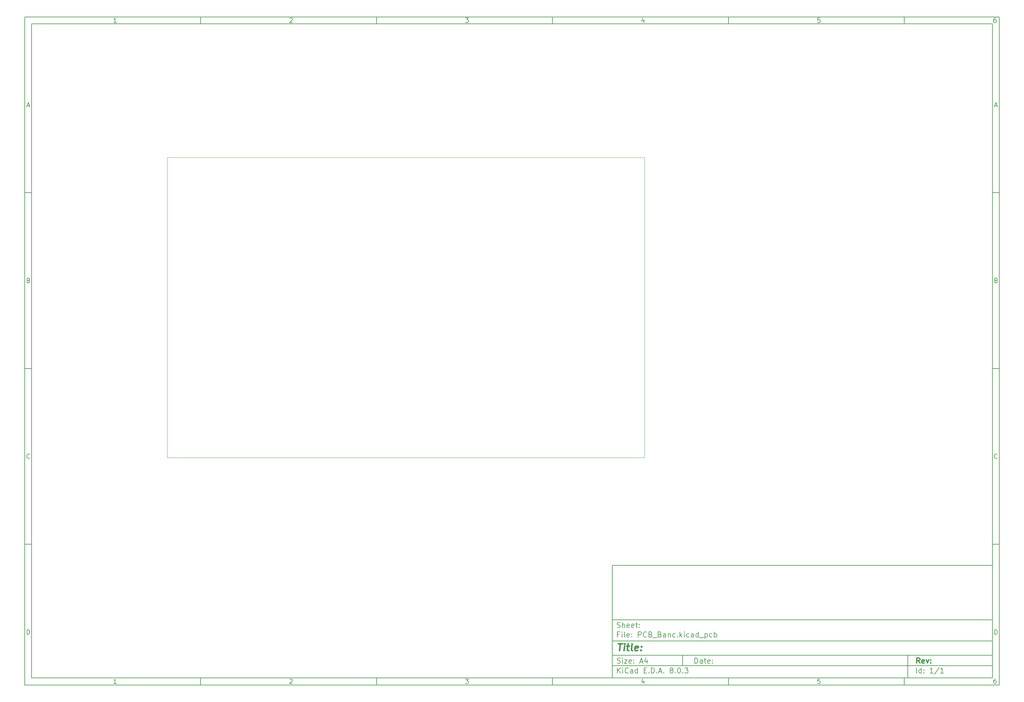
<source format=gbr>
%TF.GenerationSoftware,KiCad,Pcbnew,8.0.3*%
%TF.CreationDate,2024-09-18T10:17:04+02:00*%
%TF.ProjectId,PCB_Banc,5043425f-4261-46e6-932e-6b696361645f,rev?*%
%TF.SameCoordinates,Original*%
%TF.FileFunction,Profile,NP*%
%FSLAX46Y46*%
G04 Gerber Fmt 4.6, Leading zero omitted, Abs format (unit mm)*
G04 Created by KiCad (PCBNEW 8.0.3) date 2024-09-18 10:17:04*
%MOMM*%
%LPD*%
G01*
G04 APERTURE LIST*
%ADD10C,0.100000*%
%ADD11C,0.150000*%
%ADD12C,0.300000*%
%ADD13C,0.400000*%
%TA.AperFunction,Profile*%
%ADD14C,0.050000*%
%TD*%
G04 APERTURE END LIST*
D10*
D11*
X177002200Y-166007200D02*
X285002200Y-166007200D01*
X285002200Y-198007200D01*
X177002200Y-198007200D01*
X177002200Y-166007200D01*
D10*
D11*
X10000000Y-10000000D02*
X287002200Y-10000000D01*
X287002200Y-200007200D01*
X10000000Y-200007200D01*
X10000000Y-10000000D01*
D10*
D11*
X12000000Y-12000000D02*
X285002200Y-12000000D01*
X285002200Y-198007200D01*
X12000000Y-198007200D01*
X12000000Y-12000000D01*
D10*
D11*
X60000000Y-12000000D02*
X60000000Y-10000000D01*
D10*
D11*
X110000000Y-12000000D02*
X110000000Y-10000000D01*
D10*
D11*
X160000000Y-12000000D02*
X160000000Y-10000000D01*
D10*
D11*
X210000000Y-12000000D02*
X210000000Y-10000000D01*
D10*
D11*
X260000000Y-12000000D02*
X260000000Y-10000000D01*
D10*
D11*
X36089160Y-11593604D02*
X35346303Y-11593604D01*
X35717731Y-11593604D02*
X35717731Y-10293604D01*
X35717731Y-10293604D02*
X35593922Y-10479319D01*
X35593922Y-10479319D02*
X35470112Y-10603128D01*
X35470112Y-10603128D02*
X35346303Y-10665033D01*
D10*
D11*
X85346303Y-10417414D02*
X85408207Y-10355509D01*
X85408207Y-10355509D02*
X85532017Y-10293604D01*
X85532017Y-10293604D02*
X85841541Y-10293604D01*
X85841541Y-10293604D02*
X85965350Y-10355509D01*
X85965350Y-10355509D02*
X86027255Y-10417414D01*
X86027255Y-10417414D02*
X86089160Y-10541223D01*
X86089160Y-10541223D02*
X86089160Y-10665033D01*
X86089160Y-10665033D02*
X86027255Y-10850747D01*
X86027255Y-10850747D02*
X85284398Y-11593604D01*
X85284398Y-11593604D02*
X86089160Y-11593604D01*
D10*
D11*
X135284398Y-10293604D02*
X136089160Y-10293604D01*
X136089160Y-10293604D02*
X135655826Y-10788842D01*
X135655826Y-10788842D02*
X135841541Y-10788842D01*
X135841541Y-10788842D02*
X135965350Y-10850747D01*
X135965350Y-10850747D02*
X136027255Y-10912652D01*
X136027255Y-10912652D02*
X136089160Y-11036461D01*
X136089160Y-11036461D02*
X136089160Y-11345985D01*
X136089160Y-11345985D02*
X136027255Y-11469795D01*
X136027255Y-11469795D02*
X135965350Y-11531700D01*
X135965350Y-11531700D02*
X135841541Y-11593604D01*
X135841541Y-11593604D02*
X135470112Y-11593604D01*
X135470112Y-11593604D02*
X135346303Y-11531700D01*
X135346303Y-11531700D02*
X135284398Y-11469795D01*
D10*
D11*
X185965350Y-10726938D02*
X185965350Y-11593604D01*
X185655826Y-10231700D02*
X185346303Y-11160271D01*
X185346303Y-11160271D02*
X186151064Y-11160271D01*
D10*
D11*
X236027255Y-10293604D02*
X235408207Y-10293604D01*
X235408207Y-10293604D02*
X235346303Y-10912652D01*
X235346303Y-10912652D02*
X235408207Y-10850747D01*
X235408207Y-10850747D02*
X235532017Y-10788842D01*
X235532017Y-10788842D02*
X235841541Y-10788842D01*
X235841541Y-10788842D02*
X235965350Y-10850747D01*
X235965350Y-10850747D02*
X236027255Y-10912652D01*
X236027255Y-10912652D02*
X236089160Y-11036461D01*
X236089160Y-11036461D02*
X236089160Y-11345985D01*
X236089160Y-11345985D02*
X236027255Y-11469795D01*
X236027255Y-11469795D02*
X235965350Y-11531700D01*
X235965350Y-11531700D02*
X235841541Y-11593604D01*
X235841541Y-11593604D02*
X235532017Y-11593604D01*
X235532017Y-11593604D02*
X235408207Y-11531700D01*
X235408207Y-11531700D02*
X235346303Y-11469795D01*
D10*
D11*
X285965350Y-10293604D02*
X285717731Y-10293604D01*
X285717731Y-10293604D02*
X285593922Y-10355509D01*
X285593922Y-10355509D02*
X285532017Y-10417414D01*
X285532017Y-10417414D02*
X285408207Y-10603128D01*
X285408207Y-10603128D02*
X285346303Y-10850747D01*
X285346303Y-10850747D02*
X285346303Y-11345985D01*
X285346303Y-11345985D02*
X285408207Y-11469795D01*
X285408207Y-11469795D02*
X285470112Y-11531700D01*
X285470112Y-11531700D02*
X285593922Y-11593604D01*
X285593922Y-11593604D02*
X285841541Y-11593604D01*
X285841541Y-11593604D02*
X285965350Y-11531700D01*
X285965350Y-11531700D02*
X286027255Y-11469795D01*
X286027255Y-11469795D02*
X286089160Y-11345985D01*
X286089160Y-11345985D02*
X286089160Y-11036461D01*
X286089160Y-11036461D02*
X286027255Y-10912652D01*
X286027255Y-10912652D02*
X285965350Y-10850747D01*
X285965350Y-10850747D02*
X285841541Y-10788842D01*
X285841541Y-10788842D02*
X285593922Y-10788842D01*
X285593922Y-10788842D02*
X285470112Y-10850747D01*
X285470112Y-10850747D02*
X285408207Y-10912652D01*
X285408207Y-10912652D02*
X285346303Y-11036461D01*
D10*
D11*
X60000000Y-198007200D02*
X60000000Y-200007200D01*
D10*
D11*
X110000000Y-198007200D02*
X110000000Y-200007200D01*
D10*
D11*
X160000000Y-198007200D02*
X160000000Y-200007200D01*
D10*
D11*
X210000000Y-198007200D02*
X210000000Y-200007200D01*
D10*
D11*
X260000000Y-198007200D02*
X260000000Y-200007200D01*
D10*
D11*
X36089160Y-199600804D02*
X35346303Y-199600804D01*
X35717731Y-199600804D02*
X35717731Y-198300804D01*
X35717731Y-198300804D02*
X35593922Y-198486519D01*
X35593922Y-198486519D02*
X35470112Y-198610328D01*
X35470112Y-198610328D02*
X35346303Y-198672233D01*
D10*
D11*
X85346303Y-198424614D02*
X85408207Y-198362709D01*
X85408207Y-198362709D02*
X85532017Y-198300804D01*
X85532017Y-198300804D02*
X85841541Y-198300804D01*
X85841541Y-198300804D02*
X85965350Y-198362709D01*
X85965350Y-198362709D02*
X86027255Y-198424614D01*
X86027255Y-198424614D02*
X86089160Y-198548423D01*
X86089160Y-198548423D02*
X86089160Y-198672233D01*
X86089160Y-198672233D02*
X86027255Y-198857947D01*
X86027255Y-198857947D02*
X85284398Y-199600804D01*
X85284398Y-199600804D02*
X86089160Y-199600804D01*
D10*
D11*
X135284398Y-198300804D02*
X136089160Y-198300804D01*
X136089160Y-198300804D02*
X135655826Y-198796042D01*
X135655826Y-198796042D02*
X135841541Y-198796042D01*
X135841541Y-198796042D02*
X135965350Y-198857947D01*
X135965350Y-198857947D02*
X136027255Y-198919852D01*
X136027255Y-198919852D02*
X136089160Y-199043661D01*
X136089160Y-199043661D02*
X136089160Y-199353185D01*
X136089160Y-199353185D02*
X136027255Y-199476995D01*
X136027255Y-199476995D02*
X135965350Y-199538900D01*
X135965350Y-199538900D02*
X135841541Y-199600804D01*
X135841541Y-199600804D02*
X135470112Y-199600804D01*
X135470112Y-199600804D02*
X135346303Y-199538900D01*
X135346303Y-199538900D02*
X135284398Y-199476995D01*
D10*
D11*
X185965350Y-198734138D02*
X185965350Y-199600804D01*
X185655826Y-198238900D02*
X185346303Y-199167471D01*
X185346303Y-199167471D02*
X186151064Y-199167471D01*
D10*
D11*
X236027255Y-198300804D02*
X235408207Y-198300804D01*
X235408207Y-198300804D02*
X235346303Y-198919852D01*
X235346303Y-198919852D02*
X235408207Y-198857947D01*
X235408207Y-198857947D02*
X235532017Y-198796042D01*
X235532017Y-198796042D02*
X235841541Y-198796042D01*
X235841541Y-198796042D02*
X235965350Y-198857947D01*
X235965350Y-198857947D02*
X236027255Y-198919852D01*
X236027255Y-198919852D02*
X236089160Y-199043661D01*
X236089160Y-199043661D02*
X236089160Y-199353185D01*
X236089160Y-199353185D02*
X236027255Y-199476995D01*
X236027255Y-199476995D02*
X235965350Y-199538900D01*
X235965350Y-199538900D02*
X235841541Y-199600804D01*
X235841541Y-199600804D02*
X235532017Y-199600804D01*
X235532017Y-199600804D02*
X235408207Y-199538900D01*
X235408207Y-199538900D02*
X235346303Y-199476995D01*
D10*
D11*
X285965350Y-198300804D02*
X285717731Y-198300804D01*
X285717731Y-198300804D02*
X285593922Y-198362709D01*
X285593922Y-198362709D02*
X285532017Y-198424614D01*
X285532017Y-198424614D02*
X285408207Y-198610328D01*
X285408207Y-198610328D02*
X285346303Y-198857947D01*
X285346303Y-198857947D02*
X285346303Y-199353185D01*
X285346303Y-199353185D02*
X285408207Y-199476995D01*
X285408207Y-199476995D02*
X285470112Y-199538900D01*
X285470112Y-199538900D02*
X285593922Y-199600804D01*
X285593922Y-199600804D02*
X285841541Y-199600804D01*
X285841541Y-199600804D02*
X285965350Y-199538900D01*
X285965350Y-199538900D02*
X286027255Y-199476995D01*
X286027255Y-199476995D02*
X286089160Y-199353185D01*
X286089160Y-199353185D02*
X286089160Y-199043661D01*
X286089160Y-199043661D02*
X286027255Y-198919852D01*
X286027255Y-198919852D02*
X285965350Y-198857947D01*
X285965350Y-198857947D02*
X285841541Y-198796042D01*
X285841541Y-198796042D02*
X285593922Y-198796042D01*
X285593922Y-198796042D02*
X285470112Y-198857947D01*
X285470112Y-198857947D02*
X285408207Y-198919852D01*
X285408207Y-198919852D02*
X285346303Y-199043661D01*
D10*
D11*
X10000000Y-60000000D02*
X12000000Y-60000000D01*
D10*
D11*
X10000000Y-110000000D02*
X12000000Y-110000000D01*
D10*
D11*
X10000000Y-160000000D02*
X12000000Y-160000000D01*
D10*
D11*
X10690476Y-35222176D02*
X11309523Y-35222176D01*
X10566666Y-35593604D02*
X10999999Y-34293604D01*
X10999999Y-34293604D02*
X11433333Y-35593604D01*
D10*
D11*
X11092857Y-84912652D02*
X11278571Y-84974557D01*
X11278571Y-84974557D02*
X11340476Y-85036461D01*
X11340476Y-85036461D02*
X11402380Y-85160271D01*
X11402380Y-85160271D02*
X11402380Y-85345985D01*
X11402380Y-85345985D02*
X11340476Y-85469795D01*
X11340476Y-85469795D02*
X11278571Y-85531700D01*
X11278571Y-85531700D02*
X11154761Y-85593604D01*
X11154761Y-85593604D02*
X10659523Y-85593604D01*
X10659523Y-85593604D02*
X10659523Y-84293604D01*
X10659523Y-84293604D02*
X11092857Y-84293604D01*
X11092857Y-84293604D02*
X11216666Y-84355509D01*
X11216666Y-84355509D02*
X11278571Y-84417414D01*
X11278571Y-84417414D02*
X11340476Y-84541223D01*
X11340476Y-84541223D02*
X11340476Y-84665033D01*
X11340476Y-84665033D02*
X11278571Y-84788842D01*
X11278571Y-84788842D02*
X11216666Y-84850747D01*
X11216666Y-84850747D02*
X11092857Y-84912652D01*
X11092857Y-84912652D02*
X10659523Y-84912652D01*
D10*
D11*
X11402380Y-135469795D02*
X11340476Y-135531700D01*
X11340476Y-135531700D02*
X11154761Y-135593604D01*
X11154761Y-135593604D02*
X11030952Y-135593604D01*
X11030952Y-135593604D02*
X10845238Y-135531700D01*
X10845238Y-135531700D02*
X10721428Y-135407890D01*
X10721428Y-135407890D02*
X10659523Y-135284080D01*
X10659523Y-135284080D02*
X10597619Y-135036461D01*
X10597619Y-135036461D02*
X10597619Y-134850747D01*
X10597619Y-134850747D02*
X10659523Y-134603128D01*
X10659523Y-134603128D02*
X10721428Y-134479319D01*
X10721428Y-134479319D02*
X10845238Y-134355509D01*
X10845238Y-134355509D02*
X11030952Y-134293604D01*
X11030952Y-134293604D02*
X11154761Y-134293604D01*
X11154761Y-134293604D02*
X11340476Y-134355509D01*
X11340476Y-134355509D02*
X11402380Y-134417414D01*
D10*
D11*
X10659523Y-185593604D02*
X10659523Y-184293604D01*
X10659523Y-184293604D02*
X10969047Y-184293604D01*
X10969047Y-184293604D02*
X11154761Y-184355509D01*
X11154761Y-184355509D02*
X11278571Y-184479319D01*
X11278571Y-184479319D02*
X11340476Y-184603128D01*
X11340476Y-184603128D02*
X11402380Y-184850747D01*
X11402380Y-184850747D02*
X11402380Y-185036461D01*
X11402380Y-185036461D02*
X11340476Y-185284080D01*
X11340476Y-185284080D02*
X11278571Y-185407890D01*
X11278571Y-185407890D02*
X11154761Y-185531700D01*
X11154761Y-185531700D02*
X10969047Y-185593604D01*
X10969047Y-185593604D02*
X10659523Y-185593604D01*
D10*
D11*
X287002200Y-60000000D02*
X285002200Y-60000000D01*
D10*
D11*
X287002200Y-110000000D02*
X285002200Y-110000000D01*
D10*
D11*
X287002200Y-160000000D02*
X285002200Y-160000000D01*
D10*
D11*
X285692676Y-35222176D02*
X286311723Y-35222176D01*
X285568866Y-35593604D02*
X286002199Y-34293604D01*
X286002199Y-34293604D02*
X286435533Y-35593604D01*
D10*
D11*
X286095057Y-84912652D02*
X286280771Y-84974557D01*
X286280771Y-84974557D02*
X286342676Y-85036461D01*
X286342676Y-85036461D02*
X286404580Y-85160271D01*
X286404580Y-85160271D02*
X286404580Y-85345985D01*
X286404580Y-85345985D02*
X286342676Y-85469795D01*
X286342676Y-85469795D02*
X286280771Y-85531700D01*
X286280771Y-85531700D02*
X286156961Y-85593604D01*
X286156961Y-85593604D02*
X285661723Y-85593604D01*
X285661723Y-85593604D02*
X285661723Y-84293604D01*
X285661723Y-84293604D02*
X286095057Y-84293604D01*
X286095057Y-84293604D02*
X286218866Y-84355509D01*
X286218866Y-84355509D02*
X286280771Y-84417414D01*
X286280771Y-84417414D02*
X286342676Y-84541223D01*
X286342676Y-84541223D02*
X286342676Y-84665033D01*
X286342676Y-84665033D02*
X286280771Y-84788842D01*
X286280771Y-84788842D02*
X286218866Y-84850747D01*
X286218866Y-84850747D02*
X286095057Y-84912652D01*
X286095057Y-84912652D02*
X285661723Y-84912652D01*
D10*
D11*
X286404580Y-135469795D02*
X286342676Y-135531700D01*
X286342676Y-135531700D02*
X286156961Y-135593604D01*
X286156961Y-135593604D02*
X286033152Y-135593604D01*
X286033152Y-135593604D02*
X285847438Y-135531700D01*
X285847438Y-135531700D02*
X285723628Y-135407890D01*
X285723628Y-135407890D02*
X285661723Y-135284080D01*
X285661723Y-135284080D02*
X285599819Y-135036461D01*
X285599819Y-135036461D02*
X285599819Y-134850747D01*
X285599819Y-134850747D02*
X285661723Y-134603128D01*
X285661723Y-134603128D02*
X285723628Y-134479319D01*
X285723628Y-134479319D02*
X285847438Y-134355509D01*
X285847438Y-134355509D02*
X286033152Y-134293604D01*
X286033152Y-134293604D02*
X286156961Y-134293604D01*
X286156961Y-134293604D02*
X286342676Y-134355509D01*
X286342676Y-134355509D02*
X286404580Y-134417414D01*
D10*
D11*
X285661723Y-185593604D02*
X285661723Y-184293604D01*
X285661723Y-184293604D02*
X285971247Y-184293604D01*
X285971247Y-184293604D02*
X286156961Y-184355509D01*
X286156961Y-184355509D02*
X286280771Y-184479319D01*
X286280771Y-184479319D02*
X286342676Y-184603128D01*
X286342676Y-184603128D02*
X286404580Y-184850747D01*
X286404580Y-184850747D02*
X286404580Y-185036461D01*
X286404580Y-185036461D02*
X286342676Y-185284080D01*
X286342676Y-185284080D02*
X286280771Y-185407890D01*
X286280771Y-185407890D02*
X286156961Y-185531700D01*
X286156961Y-185531700D02*
X285971247Y-185593604D01*
X285971247Y-185593604D02*
X285661723Y-185593604D01*
D10*
D11*
X200458026Y-193793328D02*
X200458026Y-192293328D01*
X200458026Y-192293328D02*
X200815169Y-192293328D01*
X200815169Y-192293328D02*
X201029455Y-192364757D01*
X201029455Y-192364757D02*
X201172312Y-192507614D01*
X201172312Y-192507614D02*
X201243741Y-192650471D01*
X201243741Y-192650471D02*
X201315169Y-192936185D01*
X201315169Y-192936185D02*
X201315169Y-193150471D01*
X201315169Y-193150471D02*
X201243741Y-193436185D01*
X201243741Y-193436185D02*
X201172312Y-193579042D01*
X201172312Y-193579042D02*
X201029455Y-193721900D01*
X201029455Y-193721900D02*
X200815169Y-193793328D01*
X200815169Y-193793328D02*
X200458026Y-193793328D01*
X202600884Y-193793328D02*
X202600884Y-193007614D01*
X202600884Y-193007614D02*
X202529455Y-192864757D01*
X202529455Y-192864757D02*
X202386598Y-192793328D01*
X202386598Y-192793328D02*
X202100884Y-192793328D01*
X202100884Y-192793328D02*
X201958026Y-192864757D01*
X202600884Y-193721900D02*
X202458026Y-193793328D01*
X202458026Y-193793328D02*
X202100884Y-193793328D01*
X202100884Y-193793328D02*
X201958026Y-193721900D01*
X201958026Y-193721900D02*
X201886598Y-193579042D01*
X201886598Y-193579042D02*
X201886598Y-193436185D01*
X201886598Y-193436185D02*
X201958026Y-193293328D01*
X201958026Y-193293328D02*
X202100884Y-193221900D01*
X202100884Y-193221900D02*
X202458026Y-193221900D01*
X202458026Y-193221900D02*
X202600884Y-193150471D01*
X203100884Y-192793328D02*
X203672312Y-192793328D01*
X203315169Y-192293328D02*
X203315169Y-193579042D01*
X203315169Y-193579042D02*
X203386598Y-193721900D01*
X203386598Y-193721900D02*
X203529455Y-193793328D01*
X203529455Y-193793328D02*
X203672312Y-193793328D01*
X204743741Y-193721900D02*
X204600884Y-193793328D01*
X204600884Y-193793328D02*
X204315170Y-193793328D01*
X204315170Y-193793328D02*
X204172312Y-193721900D01*
X204172312Y-193721900D02*
X204100884Y-193579042D01*
X204100884Y-193579042D02*
X204100884Y-193007614D01*
X204100884Y-193007614D02*
X204172312Y-192864757D01*
X204172312Y-192864757D02*
X204315170Y-192793328D01*
X204315170Y-192793328D02*
X204600884Y-192793328D01*
X204600884Y-192793328D02*
X204743741Y-192864757D01*
X204743741Y-192864757D02*
X204815170Y-193007614D01*
X204815170Y-193007614D02*
X204815170Y-193150471D01*
X204815170Y-193150471D02*
X204100884Y-193293328D01*
X205458026Y-193650471D02*
X205529455Y-193721900D01*
X205529455Y-193721900D02*
X205458026Y-193793328D01*
X205458026Y-193793328D02*
X205386598Y-193721900D01*
X205386598Y-193721900D02*
X205458026Y-193650471D01*
X205458026Y-193650471D02*
X205458026Y-193793328D01*
X205458026Y-192864757D02*
X205529455Y-192936185D01*
X205529455Y-192936185D02*
X205458026Y-193007614D01*
X205458026Y-193007614D02*
X205386598Y-192936185D01*
X205386598Y-192936185D02*
X205458026Y-192864757D01*
X205458026Y-192864757D02*
X205458026Y-193007614D01*
D10*
D11*
X177002200Y-194507200D02*
X285002200Y-194507200D01*
D10*
D11*
X178458026Y-196593328D02*
X178458026Y-195093328D01*
X179315169Y-196593328D02*
X178672312Y-195736185D01*
X179315169Y-195093328D02*
X178458026Y-195950471D01*
X179958026Y-196593328D02*
X179958026Y-195593328D01*
X179958026Y-195093328D02*
X179886598Y-195164757D01*
X179886598Y-195164757D02*
X179958026Y-195236185D01*
X179958026Y-195236185D02*
X180029455Y-195164757D01*
X180029455Y-195164757D02*
X179958026Y-195093328D01*
X179958026Y-195093328D02*
X179958026Y-195236185D01*
X181529455Y-196450471D02*
X181458027Y-196521900D01*
X181458027Y-196521900D02*
X181243741Y-196593328D01*
X181243741Y-196593328D02*
X181100884Y-196593328D01*
X181100884Y-196593328D02*
X180886598Y-196521900D01*
X180886598Y-196521900D02*
X180743741Y-196379042D01*
X180743741Y-196379042D02*
X180672312Y-196236185D01*
X180672312Y-196236185D02*
X180600884Y-195950471D01*
X180600884Y-195950471D02*
X180600884Y-195736185D01*
X180600884Y-195736185D02*
X180672312Y-195450471D01*
X180672312Y-195450471D02*
X180743741Y-195307614D01*
X180743741Y-195307614D02*
X180886598Y-195164757D01*
X180886598Y-195164757D02*
X181100884Y-195093328D01*
X181100884Y-195093328D02*
X181243741Y-195093328D01*
X181243741Y-195093328D02*
X181458027Y-195164757D01*
X181458027Y-195164757D02*
X181529455Y-195236185D01*
X182815170Y-196593328D02*
X182815170Y-195807614D01*
X182815170Y-195807614D02*
X182743741Y-195664757D01*
X182743741Y-195664757D02*
X182600884Y-195593328D01*
X182600884Y-195593328D02*
X182315170Y-195593328D01*
X182315170Y-195593328D02*
X182172312Y-195664757D01*
X182815170Y-196521900D02*
X182672312Y-196593328D01*
X182672312Y-196593328D02*
X182315170Y-196593328D01*
X182315170Y-196593328D02*
X182172312Y-196521900D01*
X182172312Y-196521900D02*
X182100884Y-196379042D01*
X182100884Y-196379042D02*
X182100884Y-196236185D01*
X182100884Y-196236185D02*
X182172312Y-196093328D01*
X182172312Y-196093328D02*
X182315170Y-196021900D01*
X182315170Y-196021900D02*
X182672312Y-196021900D01*
X182672312Y-196021900D02*
X182815170Y-195950471D01*
X184172313Y-196593328D02*
X184172313Y-195093328D01*
X184172313Y-196521900D02*
X184029455Y-196593328D01*
X184029455Y-196593328D02*
X183743741Y-196593328D01*
X183743741Y-196593328D02*
X183600884Y-196521900D01*
X183600884Y-196521900D02*
X183529455Y-196450471D01*
X183529455Y-196450471D02*
X183458027Y-196307614D01*
X183458027Y-196307614D02*
X183458027Y-195879042D01*
X183458027Y-195879042D02*
X183529455Y-195736185D01*
X183529455Y-195736185D02*
X183600884Y-195664757D01*
X183600884Y-195664757D02*
X183743741Y-195593328D01*
X183743741Y-195593328D02*
X184029455Y-195593328D01*
X184029455Y-195593328D02*
X184172313Y-195664757D01*
X186029455Y-195807614D02*
X186529455Y-195807614D01*
X186743741Y-196593328D02*
X186029455Y-196593328D01*
X186029455Y-196593328D02*
X186029455Y-195093328D01*
X186029455Y-195093328D02*
X186743741Y-195093328D01*
X187386598Y-196450471D02*
X187458027Y-196521900D01*
X187458027Y-196521900D02*
X187386598Y-196593328D01*
X187386598Y-196593328D02*
X187315170Y-196521900D01*
X187315170Y-196521900D02*
X187386598Y-196450471D01*
X187386598Y-196450471D02*
X187386598Y-196593328D01*
X188100884Y-196593328D02*
X188100884Y-195093328D01*
X188100884Y-195093328D02*
X188458027Y-195093328D01*
X188458027Y-195093328D02*
X188672313Y-195164757D01*
X188672313Y-195164757D02*
X188815170Y-195307614D01*
X188815170Y-195307614D02*
X188886599Y-195450471D01*
X188886599Y-195450471D02*
X188958027Y-195736185D01*
X188958027Y-195736185D02*
X188958027Y-195950471D01*
X188958027Y-195950471D02*
X188886599Y-196236185D01*
X188886599Y-196236185D02*
X188815170Y-196379042D01*
X188815170Y-196379042D02*
X188672313Y-196521900D01*
X188672313Y-196521900D02*
X188458027Y-196593328D01*
X188458027Y-196593328D02*
X188100884Y-196593328D01*
X189600884Y-196450471D02*
X189672313Y-196521900D01*
X189672313Y-196521900D02*
X189600884Y-196593328D01*
X189600884Y-196593328D02*
X189529456Y-196521900D01*
X189529456Y-196521900D02*
X189600884Y-196450471D01*
X189600884Y-196450471D02*
X189600884Y-196593328D01*
X190243742Y-196164757D02*
X190958028Y-196164757D01*
X190100885Y-196593328D02*
X190600885Y-195093328D01*
X190600885Y-195093328D02*
X191100885Y-196593328D01*
X191600884Y-196450471D02*
X191672313Y-196521900D01*
X191672313Y-196521900D02*
X191600884Y-196593328D01*
X191600884Y-196593328D02*
X191529456Y-196521900D01*
X191529456Y-196521900D02*
X191600884Y-196450471D01*
X191600884Y-196450471D02*
X191600884Y-196593328D01*
X193672313Y-195736185D02*
X193529456Y-195664757D01*
X193529456Y-195664757D02*
X193458027Y-195593328D01*
X193458027Y-195593328D02*
X193386599Y-195450471D01*
X193386599Y-195450471D02*
X193386599Y-195379042D01*
X193386599Y-195379042D02*
X193458027Y-195236185D01*
X193458027Y-195236185D02*
X193529456Y-195164757D01*
X193529456Y-195164757D02*
X193672313Y-195093328D01*
X193672313Y-195093328D02*
X193958027Y-195093328D01*
X193958027Y-195093328D02*
X194100885Y-195164757D01*
X194100885Y-195164757D02*
X194172313Y-195236185D01*
X194172313Y-195236185D02*
X194243742Y-195379042D01*
X194243742Y-195379042D02*
X194243742Y-195450471D01*
X194243742Y-195450471D02*
X194172313Y-195593328D01*
X194172313Y-195593328D02*
X194100885Y-195664757D01*
X194100885Y-195664757D02*
X193958027Y-195736185D01*
X193958027Y-195736185D02*
X193672313Y-195736185D01*
X193672313Y-195736185D02*
X193529456Y-195807614D01*
X193529456Y-195807614D02*
X193458027Y-195879042D01*
X193458027Y-195879042D02*
X193386599Y-196021900D01*
X193386599Y-196021900D02*
X193386599Y-196307614D01*
X193386599Y-196307614D02*
X193458027Y-196450471D01*
X193458027Y-196450471D02*
X193529456Y-196521900D01*
X193529456Y-196521900D02*
X193672313Y-196593328D01*
X193672313Y-196593328D02*
X193958027Y-196593328D01*
X193958027Y-196593328D02*
X194100885Y-196521900D01*
X194100885Y-196521900D02*
X194172313Y-196450471D01*
X194172313Y-196450471D02*
X194243742Y-196307614D01*
X194243742Y-196307614D02*
X194243742Y-196021900D01*
X194243742Y-196021900D02*
X194172313Y-195879042D01*
X194172313Y-195879042D02*
X194100885Y-195807614D01*
X194100885Y-195807614D02*
X193958027Y-195736185D01*
X194886598Y-196450471D02*
X194958027Y-196521900D01*
X194958027Y-196521900D02*
X194886598Y-196593328D01*
X194886598Y-196593328D02*
X194815170Y-196521900D01*
X194815170Y-196521900D02*
X194886598Y-196450471D01*
X194886598Y-196450471D02*
X194886598Y-196593328D01*
X195886599Y-195093328D02*
X196029456Y-195093328D01*
X196029456Y-195093328D02*
X196172313Y-195164757D01*
X196172313Y-195164757D02*
X196243742Y-195236185D01*
X196243742Y-195236185D02*
X196315170Y-195379042D01*
X196315170Y-195379042D02*
X196386599Y-195664757D01*
X196386599Y-195664757D02*
X196386599Y-196021900D01*
X196386599Y-196021900D02*
X196315170Y-196307614D01*
X196315170Y-196307614D02*
X196243742Y-196450471D01*
X196243742Y-196450471D02*
X196172313Y-196521900D01*
X196172313Y-196521900D02*
X196029456Y-196593328D01*
X196029456Y-196593328D02*
X195886599Y-196593328D01*
X195886599Y-196593328D02*
X195743742Y-196521900D01*
X195743742Y-196521900D02*
X195672313Y-196450471D01*
X195672313Y-196450471D02*
X195600884Y-196307614D01*
X195600884Y-196307614D02*
X195529456Y-196021900D01*
X195529456Y-196021900D02*
X195529456Y-195664757D01*
X195529456Y-195664757D02*
X195600884Y-195379042D01*
X195600884Y-195379042D02*
X195672313Y-195236185D01*
X195672313Y-195236185D02*
X195743742Y-195164757D01*
X195743742Y-195164757D02*
X195886599Y-195093328D01*
X197029455Y-196450471D02*
X197100884Y-196521900D01*
X197100884Y-196521900D02*
X197029455Y-196593328D01*
X197029455Y-196593328D02*
X196958027Y-196521900D01*
X196958027Y-196521900D02*
X197029455Y-196450471D01*
X197029455Y-196450471D02*
X197029455Y-196593328D01*
X197600884Y-195093328D02*
X198529456Y-195093328D01*
X198529456Y-195093328D02*
X198029456Y-195664757D01*
X198029456Y-195664757D02*
X198243741Y-195664757D01*
X198243741Y-195664757D02*
X198386599Y-195736185D01*
X198386599Y-195736185D02*
X198458027Y-195807614D01*
X198458027Y-195807614D02*
X198529456Y-195950471D01*
X198529456Y-195950471D02*
X198529456Y-196307614D01*
X198529456Y-196307614D02*
X198458027Y-196450471D01*
X198458027Y-196450471D02*
X198386599Y-196521900D01*
X198386599Y-196521900D02*
X198243741Y-196593328D01*
X198243741Y-196593328D02*
X197815170Y-196593328D01*
X197815170Y-196593328D02*
X197672313Y-196521900D01*
X197672313Y-196521900D02*
X197600884Y-196450471D01*
D10*
D11*
X177002200Y-191507200D02*
X285002200Y-191507200D01*
D10*
D12*
X264413853Y-193785528D02*
X263913853Y-193071242D01*
X263556710Y-193785528D02*
X263556710Y-192285528D01*
X263556710Y-192285528D02*
X264128139Y-192285528D01*
X264128139Y-192285528D02*
X264270996Y-192356957D01*
X264270996Y-192356957D02*
X264342425Y-192428385D01*
X264342425Y-192428385D02*
X264413853Y-192571242D01*
X264413853Y-192571242D02*
X264413853Y-192785528D01*
X264413853Y-192785528D02*
X264342425Y-192928385D01*
X264342425Y-192928385D02*
X264270996Y-192999814D01*
X264270996Y-192999814D02*
X264128139Y-193071242D01*
X264128139Y-193071242D02*
X263556710Y-193071242D01*
X265628139Y-193714100D02*
X265485282Y-193785528D01*
X265485282Y-193785528D02*
X265199568Y-193785528D01*
X265199568Y-193785528D02*
X265056710Y-193714100D01*
X265056710Y-193714100D02*
X264985282Y-193571242D01*
X264985282Y-193571242D02*
X264985282Y-192999814D01*
X264985282Y-192999814D02*
X265056710Y-192856957D01*
X265056710Y-192856957D02*
X265199568Y-192785528D01*
X265199568Y-192785528D02*
X265485282Y-192785528D01*
X265485282Y-192785528D02*
X265628139Y-192856957D01*
X265628139Y-192856957D02*
X265699568Y-192999814D01*
X265699568Y-192999814D02*
X265699568Y-193142671D01*
X265699568Y-193142671D02*
X264985282Y-193285528D01*
X266199567Y-192785528D02*
X266556710Y-193785528D01*
X266556710Y-193785528D02*
X266913853Y-192785528D01*
X267485281Y-193642671D02*
X267556710Y-193714100D01*
X267556710Y-193714100D02*
X267485281Y-193785528D01*
X267485281Y-193785528D02*
X267413853Y-193714100D01*
X267413853Y-193714100D02*
X267485281Y-193642671D01*
X267485281Y-193642671D02*
X267485281Y-193785528D01*
X267485281Y-192856957D02*
X267556710Y-192928385D01*
X267556710Y-192928385D02*
X267485281Y-192999814D01*
X267485281Y-192999814D02*
X267413853Y-192928385D01*
X267413853Y-192928385D02*
X267485281Y-192856957D01*
X267485281Y-192856957D02*
X267485281Y-192999814D01*
D10*
D11*
X178386598Y-193721900D02*
X178600884Y-193793328D01*
X178600884Y-193793328D02*
X178958026Y-193793328D01*
X178958026Y-193793328D02*
X179100884Y-193721900D01*
X179100884Y-193721900D02*
X179172312Y-193650471D01*
X179172312Y-193650471D02*
X179243741Y-193507614D01*
X179243741Y-193507614D02*
X179243741Y-193364757D01*
X179243741Y-193364757D02*
X179172312Y-193221900D01*
X179172312Y-193221900D02*
X179100884Y-193150471D01*
X179100884Y-193150471D02*
X178958026Y-193079042D01*
X178958026Y-193079042D02*
X178672312Y-193007614D01*
X178672312Y-193007614D02*
X178529455Y-192936185D01*
X178529455Y-192936185D02*
X178458026Y-192864757D01*
X178458026Y-192864757D02*
X178386598Y-192721900D01*
X178386598Y-192721900D02*
X178386598Y-192579042D01*
X178386598Y-192579042D02*
X178458026Y-192436185D01*
X178458026Y-192436185D02*
X178529455Y-192364757D01*
X178529455Y-192364757D02*
X178672312Y-192293328D01*
X178672312Y-192293328D02*
X179029455Y-192293328D01*
X179029455Y-192293328D02*
X179243741Y-192364757D01*
X179886597Y-193793328D02*
X179886597Y-192793328D01*
X179886597Y-192293328D02*
X179815169Y-192364757D01*
X179815169Y-192364757D02*
X179886597Y-192436185D01*
X179886597Y-192436185D02*
X179958026Y-192364757D01*
X179958026Y-192364757D02*
X179886597Y-192293328D01*
X179886597Y-192293328D02*
X179886597Y-192436185D01*
X180458026Y-192793328D02*
X181243741Y-192793328D01*
X181243741Y-192793328D02*
X180458026Y-193793328D01*
X180458026Y-193793328D02*
X181243741Y-193793328D01*
X182386598Y-193721900D02*
X182243741Y-193793328D01*
X182243741Y-193793328D02*
X181958027Y-193793328D01*
X181958027Y-193793328D02*
X181815169Y-193721900D01*
X181815169Y-193721900D02*
X181743741Y-193579042D01*
X181743741Y-193579042D02*
X181743741Y-193007614D01*
X181743741Y-193007614D02*
X181815169Y-192864757D01*
X181815169Y-192864757D02*
X181958027Y-192793328D01*
X181958027Y-192793328D02*
X182243741Y-192793328D01*
X182243741Y-192793328D02*
X182386598Y-192864757D01*
X182386598Y-192864757D02*
X182458027Y-193007614D01*
X182458027Y-193007614D02*
X182458027Y-193150471D01*
X182458027Y-193150471D02*
X181743741Y-193293328D01*
X183100883Y-193650471D02*
X183172312Y-193721900D01*
X183172312Y-193721900D02*
X183100883Y-193793328D01*
X183100883Y-193793328D02*
X183029455Y-193721900D01*
X183029455Y-193721900D02*
X183100883Y-193650471D01*
X183100883Y-193650471D02*
X183100883Y-193793328D01*
X183100883Y-192864757D02*
X183172312Y-192936185D01*
X183172312Y-192936185D02*
X183100883Y-193007614D01*
X183100883Y-193007614D02*
X183029455Y-192936185D01*
X183029455Y-192936185D02*
X183100883Y-192864757D01*
X183100883Y-192864757D02*
X183100883Y-193007614D01*
X184886598Y-193364757D02*
X185600884Y-193364757D01*
X184743741Y-193793328D02*
X185243741Y-192293328D01*
X185243741Y-192293328D02*
X185743741Y-193793328D01*
X186886598Y-192793328D02*
X186886598Y-193793328D01*
X186529455Y-192221900D02*
X186172312Y-193293328D01*
X186172312Y-193293328D02*
X187100883Y-193293328D01*
D10*
D11*
X263458026Y-196593328D02*
X263458026Y-195093328D01*
X264815170Y-196593328D02*
X264815170Y-195093328D01*
X264815170Y-196521900D02*
X264672312Y-196593328D01*
X264672312Y-196593328D02*
X264386598Y-196593328D01*
X264386598Y-196593328D02*
X264243741Y-196521900D01*
X264243741Y-196521900D02*
X264172312Y-196450471D01*
X264172312Y-196450471D02*
X264100884Y-196307614D01*
X264100884Y-196307614D02*
X264100884Y-195879042D01*
X264100884Y-195879042D02*
X264172312Y-195736185D01*
X264172312Y-195736185D02*
X264243741Y-195664757D01*
X264243741Y-195664757D02*
X264386598Y-195593328D01*
X264386598Y-195593328D02*
X264672312Y-195593328D01*
X264672312Y-195593328D02*
X264815170Y-195664757D01*
X265529455Y-196450471D02*
X265600884Y-196521900D01*
X265600884Y-196521900D02*
X265529455Y-196593328D01*
X265529455Y-196593328D02*
X265458027Y-196521900D01*
X265458027Y-196521900D02*
X265529455Y-196450471D01*
X265529455Y-196450471D02*
X265529455Y-196593328D01*
X265529455Y-195664757D02*
X265600884Y-195736185D01*
X265600884Y-195736185D02*
X265529455Y-195807614D01*
X265529455Y-195807614D02*
X265458027Y-195736185D01*
X265458027Y-195736185D02*
X265529455Y-195664757D01*
X265529455Y-195664757D02*
X265529455Y-195807614D01*
X268172313Y-196593328D02*
X267315170Y-196593328D01*
X267743741Y-196593328D02*
X267743741Y-195093328D01*
X267743741Y-195093328D02*
X267600884Y-195307614D01*
X267600884Y-195307614D02*
X267458027Y-195450471D01*
X267458027Y-195450471D02*
X267315170Y-195521900D01*
X269886598Y-195021900D02*
X268600884Y-196950471D01*
X271172313Y-196593328D02*
X270315170Y-196593328D01*
X270743741Y-196593328D02*
X270743741Y-195093328D01*
X270743741Y-195093328D02*
X270600884Y-195307614D01*
X270600884Y-195307614D02*
X270458027Y-195450471D01*
X270458027Y-195450471D02*
X270315170Y-195521900D01*
D10*
D11*
X177002200Y-187507200D02*
X285002200Y-187507200D01*
D10*
D13*
X178693928Y-188211638D02*
X179836785Y-188211638D01*
X179015357Y-190211638D02*
X179265357Y-188211638D01*
X180253452Y-190211638D02*
X180420119Y-188878304D01*
X180503452Y-188211638D02*
X180396309Y-188306876D01*
X180396309Y-188306876D02*
X180479643Y-188402114D01*
X180479643Y-188402114D02*
X180586786Y-188306876D01*
X180586786Y-188306876D02*
X180503452Y-188211638D01*
X180503452Y-188211638D02*
X180479643Y-188402114D01*
X181086786Y-188878304D02*
X181848690Y-188878304D01*
X181455833Y-188211638D02*
X181241548Y-189925923D01*
X181241548Y-189925923D02*
X181312976Y-190116400D01*
X181312976Y-190116400D02*
X181491548Y-190211638D01*
X181491548Y-190211638D02*
X181682024Y-190211638D01*
X182634405Y-190211638D02*
X182455833Y-190116400D01*
X182455833Y-190116400D02*
X182384405Y-189925923D01*
X182384405Y-189925923D02*
X182598690Y-188211638D01*
X184170119Y-190116400D02*
X183967738Y-190211638D01*
X183967738Y-190211638D02*
X183586785Y-190211638D01*
X183586785Y-190211638D02*
X183408214Y-190116400D01*
X183408214Y-190116400D02*
X183336785Y-189925923D01*
X183336785Y-189925923D02*
X183432024Y-189164019D01*
X183432024Y-189164019D02*
X183551071Y-188973542D01*
X183551071Y-188973542D02*
X183753452Y-188878304D01*
X183753452Y-188878304D02*
X184134404Y-188878304D01*
X184134404Y-188878304D02*
X184312976Y-188973542D01*
X184312976Y-188973542D02*
X184384404Y-189164019D01*
X184384404Y-189164019D02*
X184360595Y-189354495D01*
X184360595Y-189354495D02*
X183384404Y-189544971D01*
X185134405Y-190021161D02*
X185217738Y-190116400D01*
X185217738Y-190116400D02*
X185110595Y-190211638D01*
X185110595Y-190211638D02*
X185027262Y-190116400D01*
X185027262Y-190116400D02*
X185134405Y-190021161D01*
X185134405Y-190021161D02*
X185110595Y-190211638D01*
X185265357Y-188973542D02*
X185348690Y-189068780D01*
X185348690Y-189068780D02*
X185241548Y-189164019D01*
X185241548Y-189164019D02*
X185158214Y-189068780D01*
X185158214Y-189068780D02*
X185265357Y-188973542D01*
X185265357Y-188973542D02*
X185241548Y-189164019D01*
D10*
D11*
X178958026Y-185607614D02*
X178458026Y-185607614D01*
X178458026Y-186393328D02*
X178458026Y-184893328D01*
X178458026Y-184893328D02*
X179172312Y-184893328D01*
X179743740Y-186393328D02*
X179743740Y-185393328D01*
X179743740Y-184893328D02*
X179672312Y-184964757D01*
X179672312Y-184964757D02*
X179743740Y-185036185D01*
X179743740Y-185036185D02*
X179815169Y-184964757D01*
X179815169Y-184964757D02*
X179743740Y-184893328D01*
X179743740Y-184893328D02*
X179743740Y-185036185D01*
X180672312Y-186393328D02*
X180529455Y-186321900D01*
X180529455Y-186321900D02*
X180458026Y-186179042D01*
X180458026Y-186179042D02*
X180458026Y-184893328D01*
X181815169Y-186321900D02*
X181672312Y-186393328D01*
X181672312Y-186393328D02*
X181386598Y-186393328D01*
X181386598Y-186393328D02*
X181243740Y-186321900D01*
X181243740Y-186321900D02*
X181172312Y-186179042D01*
X181172312Y-186179042D02*
X181172312Y-185607614D01*
X181172312Y-185607614D02*
X181243740Y-185464757D01*
X181243740Y-185464757D02*
X181386598Y-185393328D01*
X181386598Y-185393328D02*
X181672312Y-185393328D01*
X181672312Y-185393328D02*
X181815169Y-185464757D01*
X181815169Y-185464757D02*
X181886598Y-185607614D01*
X181886598Y-185607614D02*
X181886598Y-185750471D01*
X181886598Y-185750471D02*
X181172312Y-185893328D01*
X182529454Y-186250471D02*
X182600883Y-186321900D01*
X182600883Y-186321900D02*
X182529454Y-186393328D01*
X182529454Y-186393328D02*
X182458026Y-186321900D01*
X182458026Y-186321900D02*
X182529454Y-186250471D01*
X182529454Y-186250471D02*
X182529454Y-186393328D01*
X182529454Y-185464757D02*
X182600883Y-185536185D01*
X182600883Y-185536185D02*
X182529454Y-185607614D01*
X182529454Y-185607614D02*
X182458026Y-185536185D01*
X182458026Y-185536185D02*
X182529454Y-185464757D01*
X182529454Y-185464757D02*
X182529454Y-185607614D01*
X184386597Y-186393328D02*
X184386597Y-184893328D01*
X184386597Y-184893328D02*
X184958026Y-184893328D01*
X184958026Y-184893328D02*
X185100883Y-184964757D01*
X185100883Y-184964757D02*
X185172312Y-185036185D01*
X185172312Y-185036185D02*
X185243740Y-185179042D01*
X185243740Y-185179042D02*
X185243740Y-185393328D01*
X185243740Y-185393328D02*
X185172312Y-185536185D01*
X185172312Y-185536185D02*
X185100883Y-185607614D01*
X185100883Y-185607614D02*
X184958026Y-185679042D01*
X184958026Y-185679042D02*
X184386597Y-185679042D01*
X186743740Y-186250471D02*
X186672312Y-186321900D01*
X186672312Y-186321900D02*
X186458026Y-186393328D01*
X186458026Y-186393328D02*
X186315169Y-186393328D01*
X186315169Y-186393328D02*
X186100883Y-186321900D01*
X186100883Y-186321900D02*
X185958026Y-186179042D01*
X185958026Y-186179042D02*
X185886597Y-186036185D01*
X185886597Y-186036185D02*
X185815169Y-185750471D01*
X185815169Y-185750471D02*
X185815169Y-185536185D01*
X185815169Y-185536185D02*
X185886597Y-185250471D01*
X185886597Y-185250471D02*
X185958026Y-185107614D01*
X185958026Y-185107614D02*
X186100883Y-184964757D01*
X186100883Y-184964757D02*
X186315169Y-184893328D01*
X186315169Y-184893328D02*
X186458026Y-184893328D01*
X186458026Y-184893328D02*
X186672312Y-184964757D01*
X186672312Y-184964757D02*
X186743740Y-185036185D01*
X187886597Y-185607614D02*
X188100883Y-185679042D01*
X188100883Y-185679042D02*
X188172312Y-185750471D01*
X188172312Y-185750471D02*
X188243740Y-185893328D01*
X188243740Y-185893328D02*
X188243740Y-186107614D01*
X188243740Y-186107614D02*
X188172312Y-186250471D01*
X188172312Y-186250471D02*
X188100883Y-186321900D01*
X188100883Y-186321900D02*
X187958026Y-186393328D01*
X187958026Y-186393328D02*
X187386597Y-186393328D01*
X187386597Y-186393328D02*
X187386597Y-184893328D01*
X187386597Y-184893328D02*
X187886597Y-184893328D01*
X187886597Y-184893328D02*
X188029455Y-184964757D01*
X188029455Y-184964757D02*
X188100883Y-185036185D01*
X188100883Y-185036185D02*
X188172312Y-185179042D01*
X188172312Y-185179042D02*
X188172312Y-185321900D01*
X188172312Y-185321900D02*
X188100883Y-185464757D01*
X188100883Y-185464757D02*
X188029455Y-185536185D01*
X188029455Y-185536185D02*
X187886597Y-185607614D01*
X187886597Y-185607614D02*
X187386597Y-185607614D01*
X188529455Y-186536185D02*
X189672312Y-186536185D01*
X190529454Y-185607614D02*
X190743740Y-185679042D01*
X190743740Y-185679042D02*
X190815169Y-185750471D01*
X190815169Y-185750471D02*
X190886597Y-185893328D01*
X190886597Y-185893328D02*
X190886597Y-186107614D01*
X190886597Y-186107614D02*
X190815169Y-186250471D01*
X190815169Y-186250471D02*
X190743740Y-186321900D01*
X190743740Y-186321900D02*
X190600883Y-186393328D01*
X190600883Y-186393328D02*
X190029454Y-186393328D01*
X190029454Y-186393328D02*
X190029454Y-184893328D01*
X190029454Y-184893328D02*
X190529454Y-184893328D01*
X190529454Y-184893328D02*
X190672312Y-184964757D01*
X190672312Y-184964757D02*
X190743740Y-185036185D01*
X190743740Y-185036185D02*
X190815169Y-185179042D01*
X190815169Y-185179042D02*
X190815169Y-185321900D01*
X190815169Y-185321900D02*
X190743740Y-185464757D01*
X190743740Y-185464757D02*
X190672312Y-185536185D01*
X190672312Y-185536185D02*
X190529454Y-185607614D01*
X190529454Y-185607614D02*
X190029454Y-185607614D01*
X192172312Y-186393328D02*
X192172312Y-185607614D01*
X192172312Y-185607614D02*
X192100883Y-185464757D01*
X192100883Y-185464757D02*
X191958026Y-185393328D01*
X191958026Y-185393328D02*
X191672312Y-185393328D01*
X191672312Y-185393328D02*
X191529454Y-185464757D01*
X192172312Y-186321900D02*
X192029454Y-186393328D01*
X192029454Y-186393328D02*
X191672312Y-186393328D01*
X191672312Y-186393328D02*
X191529454Y-186321900D01*
X191529454Y-186321900D02*
X191458026Y-186179042D01*
X191458026Y-186179042D02*
X191458026Y-186036185D01*
X191458026Y-186036185D02*
X191529454Y-185893328D01*
X191529454Y-185893328D02*
X191672312Y-185821900D01*
X191672312Y-185821900D02*
X192029454Y-185821900D01*
X192029454Y-185821900D02*
X192172312Y-185750471D01*
X192886597Y-185393328D02*
X192886597Y-186393328D01*
X192886597Y-185536185D02*
X192958026Y-185464757D01*
X192958026Y-185464757D02*
X193100883Y-185393328D01*
X193100883Y-185393328D02*
X193315169Y-185393328D01*
X193315169Y-185393328D02*
X193458026Y-185464757D01*
X193458026Y-185464757D02*
X193529455Y-185607614D01*
X193529455Y-185607614D02*
X193529455Y-186393328D01*
X194886598Y-186321900D02*
X194743740Y-186393328D01*
X194743740Y-186393328D02*
X194458026Y-186393328D01*
X194458026Y-186393328D02*
X194315169Y-186321900D01*
X194315169Y-186321900D02*
X194243740Y-186250471D01*
X194243740Y-186250471D02*
X194172312Y-186107614D01*
X194172312Y-186107614D02*
X194172312Y-185679042D01*
X194172312Y-185679042D02*
X194243740Y-185536185D01*
X194243740Y-185536185D02*
X194315169Y-185464757D01*
X194315169Y-185464757D02*
X194458026Y-185393328D01*
X194458026Y-185393328D02*
X194743740Y-185393328D01*
X194743740Y-185393328D02*
X194886598Y-185464757D01*
X195529454Y-186250471D02*
X195600883Y-186321900D01*
X195600883Y-186321900D02*
X195529454Y-186393328D01*
X195529454Y-186393328D02*
X195458026Y-186321900D01*
X195458026Y-186321900D02*
X195529454Y-186250471D01*
X195529454Y-186250471D02*
X195529454Y-186393328D01*
X196243740Y-186393328D02*
X196243740Y-184893328D01*
X196386598Y-185821900D02*
X196815169Y-186393328D01*
X196815169Y-185393328D02*
X196243740Y-185964757D01*
X197458026Y-186393328D02*
X197458026Y-185393328D01*
X197458026Y-184893328D02*
X197386598Y-184964757D01*
X197386598Y-184964757D02*
X197458026Y-185036185D01*
X197458026Y-185036185D02*
X197529455Y-184964757D01*
X197529455Y-184964757D02*
X197458026Y-184893328D01*
X197458026Y-184893328D02*
X197458026Y-185036185D01*
X198815170Y-186321900D02*
X198672312Y-186393328D01*
X198672312Y-186393328D02*
X198386598Y-186393328D01*
X198386598Y-186393328D02*
X198243741Y-186321900D01*
X198243741Y-186321900D02*
X198172312Y-186250471D01*
X198172312Y-186250471D02*
X198100884Y-186107614D01*
X198100884Y-186107614D02*
X198100884Y-185679042D01*
X198100884Y-185679042D02*
X198172312Y-185536185D01*
X198172312Y-185536185D02*
X198243741Y-185464757D01*
X198243741Y-185464757D02*
X198386598Y-185393328D01*
X198386598Y-185393328D02*
X198672312Y-185393328D01*
X198672312Y-185393328D02*
X198815170Y-185464757D01*
X200100884Y-186393328D02*
X200100884Y-185607614D01*
X200100884Y-185607614D02*
X200029455Y-185464757D01*
X200029455Y-185464757D02*
X199886598Y-185393328D01*
X199886598Y-185393328D02*
X199600884Y-185393328D01*
X199600884Y-185393328D02*
X199458026Y-185464757D01*
X200100884Y-186321900D02*
X199958026Y-186393328D01*
X199958026Y-186393328D02*
X199600884Y-186393328D01*
X199600884Y-186393328D02*
X199458026Y-186321900D01*
X199458026Y-186321900D02*
X199386598Y-186179042D01*
X199386598Y-186179042D02*
X199386598Y-186036185D01*
X199386598Y-186036185D02*
X199458026Y-185893328D01*
X199458026Y-185893328D02*
X199600884Y-185821900D01*
X199600884Y-185821900D02*
X199958026Y-185821900D01*
X199958026Y-185821900D02*
X200100884Y-185750471D01*
X201458027Y-186393328D02*
X201458027Y-184893328D01*
X201458027Y-186321900D02*
X201315169Y-186393328D01*
X201315169Y-186393328D02*
X201029455Y-186393328D01*
X201029455Y-186393328D02*
X200886598Y-186321900D01*
X200886598Y-186321900D02*
X200815169Y-186250471D01*
X200815169Y-186250471D02*
X200743741Y-186107614D01*
X200743741Y-186107614D02*
X200743741Y-185679042D01*
X200743741Y-185679042D02*
X200815169Y-185536185D01*
X200815169Y-185536185D02*
X200886598Y-185464757D01*
X200886598Y-185464757D02*
X201029455Y-185393328D01*
X201029455Y-185393328D02*
X201315169Y-185393328D01*
X201315169Y-185393328D02*
X201458027Y-185464757D01*
X201815170Y-186536185D02*
X202958027Y-186536185D01*
X203315169Y-185393328D02*
X203315169Y-186893328D01*
X203315169Y-185464757D02*
X203458027Y-185393328D01*
X203458027Y-185393328D02*
X203743741Y-185393328D01*
X203743741Y-185393328D02*
X203886598Y-185464757D01*
X203886598Y-185464757D02*
X203958027Y-185536185D01*
X203958027Y-185536185D02*
X204029455Y-185679042D01*
X204029455Y-185679042D02*
X204029455Y-186107614D01*
X204029455Y-186107614D02*
X203958027Y-186250471D01*
X203958027Y-186250471D02*
X203886598Y-186321900D01*
X203886598Y-186321900D02*
X203743741Y-186393328D01*
X203743741Y-186393328D02*
X203458027Y-186393328D01*
X203458027Y-186393328D02*
X203315169Y-186321900D01*
X205315170Y-186321900D02*
X205172312Y-186393328D01*
X205172312Y-186393328D02*
X204886598Y-186393328D01*
X204886598Y-186393328D02*
X204743741Y-186321900D01*
X204743741Y-186321900D02*
X204672312Y-186250471D01*
X204672312Y-186250471D02*
X204600884Y-186107614D01*
X204600884Y-186107614D02*
X204600884Y-185679042D01*
X204600884Y-185679042D02*
X204672312Y-185536185D01*
X204672312Y-185536185D02*
X204743741Y-185464757D01*
X204743741Y-185464757D02*
X204886598Y-185393328D01*
X204886598Y-185393328D02*
X205172312Y-185393328D01*
X205172312Y-185393328D02*
X205315170Y-185464757D01*
X205958026Y-186393328D02*
X205958026Y-184893328D01*
X205958026Y-185464757D02*
X206100884Y-185393328D01*
X206100884Y-185393328D02*
X206386598Y-185393328D01*
X206386598Y-185393328D02*
X206529455Y-185464757D01*
X206529455Y-185464757D02*
X206600884Y-185536185D01*
X206600884Y-185536185D02*
X206672312Y-185679042D01*
X206672312Y-185679042D02*
X206672312Y-186107614D01*
X206672312Y-186107614D02*
X206600884Y-186250471D01*
X206600884Y-186250471D02*
X206529455Y-186321900D01*
X206529455Y-186321900D02*
X206386598Y-186393328D01*
X206386598Y-186393328D02*
X206100884Y-186393328D01*
X206100884Y-186393328D02*
X205958026Y-186321900D01*
D10*
D11*
X177002200Y-181507200D02*
X285002200Y-181507200D01*
D10*
D11*
X178386598Y-183621900D02*
X178600884Y-183693328D01*
X178600884Y-183693328D02*
X178958026Y-183693328D01*
X178958026Y-183693328D02*
X179100884Y-183621900D01*
X179100884Y-183621900D02*
X179172312Y-183550471D01*
X179172312Y-183550471D02*
X179243741Y-183407614D01*
X179243741Y-183407614D02*
X179243741Y-183264757D01*
X179243741Y-183264757D02*
X179172312Y-183121900D01*
X179172312Y-183121900D02*
X179100884Y-183050471D01*
X179100884Y-183050471D02*
X178958026Y-182979042D01*
X178958026Y-182979042D02*
X178672312Y-182907614D01*
X178672312Y-182907614D02*
X178529455Y-182836185D01*
X178529455Y-182836185D02*
X178458026Y-182764757D01*
X178458026Y-182764757D02*
X178386598Y-182621900D01*
X178386598Y-182621900D02*
X178386598Y-182479042D01*
X178386598Y-182479042D02*
X178458026Y-182336185D01*
X178458026Y-182336185D02*
X178529455Y-182264757D01*
X178529455Y-182264757D02*
X178672312Y-182193328D01*
X178672312Y-182193328D02*
X179029455Y-182193328D01*
X179029455Y-182193328D02*
X179243741Y-182264757D01*
X179886597Y-183693328D02*
X179886597Y-182193328D01*
X180529455Y-183693328D02*
X180529455Y-182907614D01*
X180529455Y-182907614D02*
X180458026Y-182764757D01*
X180458026Y-182764757D02*
X180315169Y-182693328D01*
X180315169Y-182693328D02*
X180100883Y-182693328D01*
X180100883Y-182693328D02*
X179958026Y-182764757D01*
X179958026Y-182764757D02*
X179886597Y-182836185D01*
X181815169Y-183621900D02*
X181672312Y-183693328D01*
X181672312Y-183693328D02*
X181386598Y-183693328D01*
X181386598Y-183693328D02*
X181243740Y-183621900D01*
X181243740Y-183621900D02*
X181172312Y-183479042D01*
X181172312Y-183479042D02*
X181172312Y-182907614D01*
X181172312Y-182907614D02*
X181243740Y-182764757D01*
X181243740Y-182764757D02*
X181386598Y-182693328D01*
X181386598Y-182693328D02*
X181672312Y-182693328D01*
X181672312Y-182693328D02*
X181815169Y-182764757D01*
X181815169Y-182764757D02*
X181886598Y-182907614D01*
X181886598Y-182907614D02*
X181886598Y-183050471D01*
X181886598Y-183050471D02*
X181172312Y-183193328D01*
X183100883Y-183621900D02*
X182958026Y-183693328D01*
X182958026Y-183693328D02*
X182672312Y-183693328D01*
X182672312Y-183693328D02*
X182529454Y-183621900D01*
X182529454Y-183621900D02*
X182458026Y-183479042D01*
X182458026Y-183479042D02*
X182458026Y-182907614D01*
X182458026Y-182907614D02*
X182529454Y-182764757D01*
X182529454Y-182764757D02*
X182672312Y-182693328D01*
X182672312Y-182693328D02*
X182958026Y-182693328D01*
X182958026Y-182693328D02*
X183100883Y-182764757D01*
X183100883Y-182764757D02*
X183172312Y-182907614D01*
X183172312Y-182907614D02*
X183172312Y-183050471D01*
X183172312Y-183050471D02*
X182458026Y-183193328D01*
X183600883Y-182693328D02*
X184172311Y-182693328D01*
X183815168Y-182193328D02*
X183815168Y-183479042D01*
X183815168Y-183479042D02*
X183886597Y-183621900D01*
X183886597Y-183621900D02*
X184029454Y-183693328D01*
X184029454Y-183693328D02*
X184172311Y-183693328D01*
X184672311Y-183550471D02*
X184743740Y-183621900D01*
X184743740Y-183621900D02*
X184672311Y-183693328D01*
X184672311Y-183693328D02*
X184600883Y-183621900D01*
X184600883Y-183621900D02*
X184672311Y-183550471D01*
X184672311Y-183550471D02*
X184672311Y-183693328D01*
X184672311Y-182764757D02*
X184743740Y-182836185D01*
X184743740Y-182836185D02*
X184672311Y-182907614D01*
X184672311Y-182907614D02*
X184600883Y-182836185D01*
X184600883Y-182836185D02*
X184672311Y-182764757D01*
X184672311Y-182764757D02*
X184672311Y-182907614D01*
D10*
D11*
X197002200Y-191507200D02*
X197002200Y-194507200D01*
D10*
D11*
X261002200Y-191507200D02*
X261002200Y-198007200D01*
D14*
X50500000Y-50000000D02*
X186136000Y-50000000D01*
X186136000Y-135344000D01*
X50500000Y-135344000D01*
X50500000Y-50000000D01*
M02*

</source>
